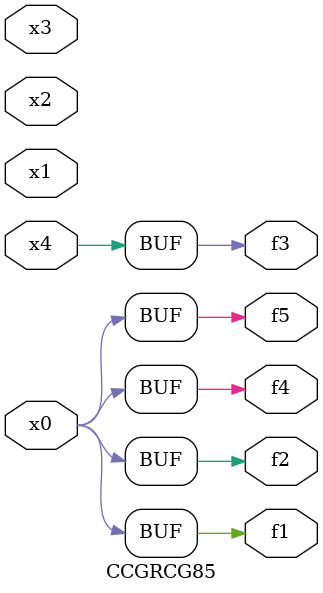
<source format=v>
module CCGRCG85(
	input x0, x1, x2, x3, x4,
	output f1, f2, f3, f4, f5
);
	assign f1 = x0;
	assign f2 = x0;
	assign f3 = x4;
	assign f4 = x0;
	assign f5 = x0;
endmodule

</source>
